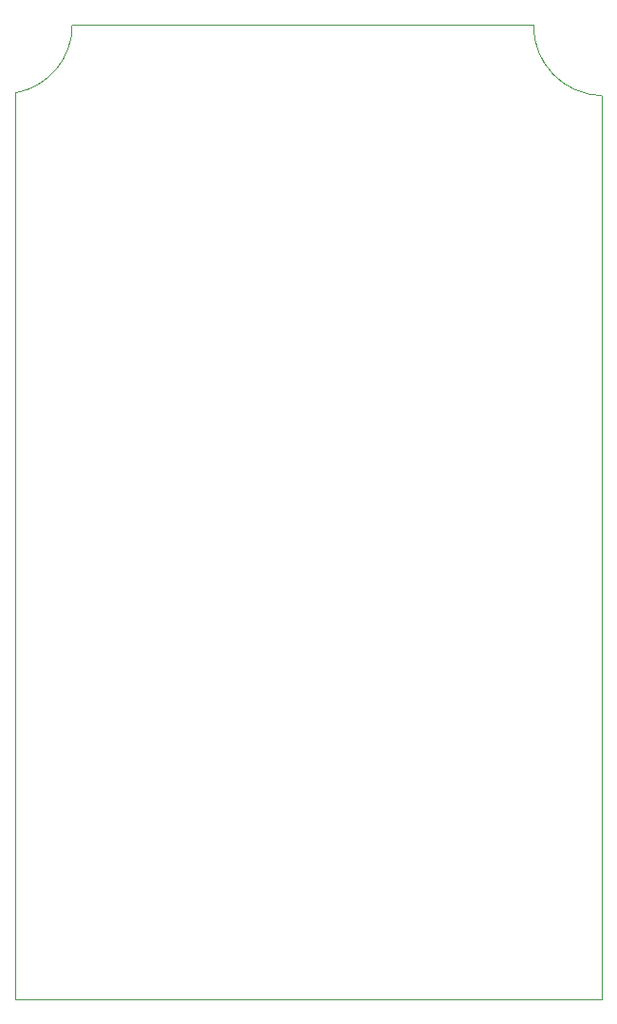
<source format=gbr>
%TF.GenerationSoftware,KiCad,Pcbnew,(6.0.5)*%
%TF.CreationDate,2023-03-15T03:11:22-03:00*%
%TF.ProjectId,Weslie,5765736c-6965-42e6-9b69-6361645f7063,rev?*%
%TF.SameCoordinates,Original*%
%TF.FileFunction,Profile,NP*%
%FSLAX46Y46*%
G04 Gerber Fmt 4.6, Leading zero omitted, Abs format (unit mm)*
G04 Created by KiCad (PCBNEW (6.0.5)) date 2023-03-15 03:11:22*
%MOMM*%
%LPD*%
G01*
G04 APERTURE LIST*
%TA.AperFunction,Profile*%
%ADD10C,0.100000*%
%TD*%
G04 APERTURE END LIST*
D10*
X61468000Y-122428000D02*
X61468000Y-41656000D01*
X113792000Y-122428000D02*
X61468000Y-122428000D01*
X113792000Y-41910000D02*
X113792000Y-122428000D01*
X61468000Y-41655999D02*
G75*
G03*
X66548000Y-35560000I-1032003J6024669D01*
G01*
X107695999Y-35560000D02*
G75*
G03*
X113792000Y-41910000I6236622J-113923D01*
G01*
X66548000Y-35560000D02*
X107696000Y-35560000D01*
M02*

</source>
